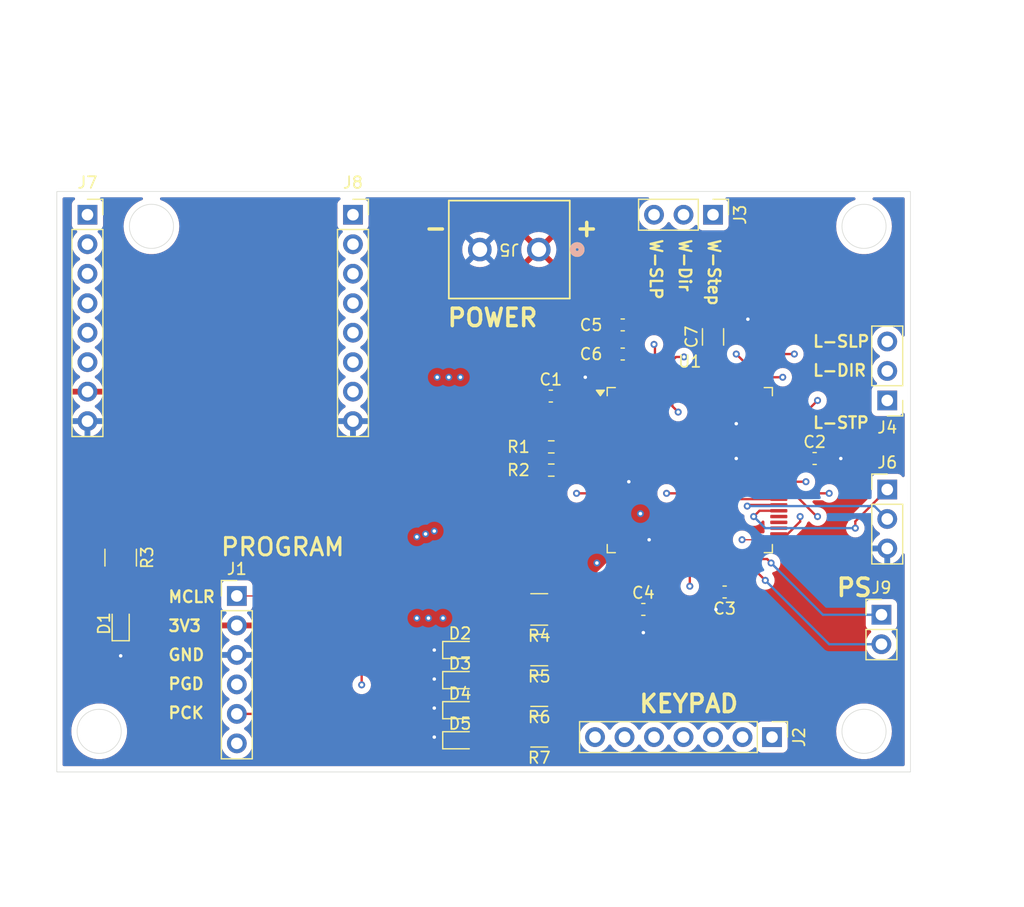
<source format=kicad_pcb>
(kicad_pcb (version 20240108) (generator "pcbnew") (generator_version "8.0")
  (title_block (title "Microcontroller Board - Security System") (date "2025-01-25") (rev "0"))
  (layers (0 "F.Cu" signal) (1 "In1.Cu" signal) (2 "In2.Cu" signal) (31 "B.Cu" signal) (34 "B.Paste" user) (35 "F.Paste" user) (36 "B.SilkS" user "B.Silkscreen") (37 "F.SilkS" user "F.Silkscreen") (38 "B.Mask" user) (39 "F.Mask" user) (44 "Edge.Cuts" user))
  (net 0 "")
  (net 1 "Net-(C1-Pad1)")
  (net 2 "GND")
  (net 3 "+3.3V")
  (net 4 "Net-(U1-VCAP{slash}VDDCORE)")
  (net 6 "/Program_Clk")
  (net 7 "/Program_Data")
  (net 8 "/MCLR")
  (net 9 "/ROW_1")
  (net 10 "/ROW_3")
  (net 11 "/COL_2")
  (net 12 "/COL_1")
  (net 13 "/ROW_4")
  (net 14 "/COL_3")
  (net 15 "/ROW_2")
  (net 16 "/Direction_W")
  (net 17 "/Step_W")
  (net 18 "/Sleep_W")
  (net 19 "/Step_L")
  (net 20 "/Direction_L")
  (net 21 "/Sleep_L")
  (net 33 "/PS_SCL")
  (net 36 "/PS_SDA")
  (net 45 "/BLE_UART_RX")
  (net 73 "/BLE_UART_TX")
  (net 93 "Net-(D1-A)")
  (net 94 "Net-(D2-A)")
  (net 95 "Net-(D3-A)")
  (net 96 "Net-(D4-A)")
  (net 97 "Net-(D5-A)")
  (net 98 "Net-(U1-PGC2{slash}EMUC2{slash}AN6{slash}OCFA{slash}RB6)")
  (net 99 "Net-(U1-PGD2{slash}EMUD2{slash}AN7{slash}RB7)")
  (net 100 "Net-(U1-PMA7{slash}VREF-{slash}RA9)")
  (net 101 "Net-(U1-PMA6{slash}VREF+{slash}RA10)")
  (net 106 "/U2TX")
  (net 107 "/U2RX")
  (footprint "LED_SMD:LED_0603_1608Metric" (layer "F.Cu") (at 131.2125 137.27)
    (property "Reference" "D5" (at 0 -1.43 0) (layer "F.SilkS"))
    (property "Value" "R_LED")
    (pad "1" smd roundrect (at -0.7875 0) (size 0.875 0.95) (layers "F.Cu" "F.Paste" "F.Mask") (net 2 "GND"))
    (pad "2" smd roundrect (at 0.7875 0) (size 0.875 0.95) (layers "F.Cu" "F.Paste" "F.Mask") (net 97 "Net-(D5-A)"))
  )
  (footprint "Resistor_SMD:R_1210_3225Metric" (layer "F.Cu") (at 138.0375 126 180)
    (property "Reference" "R4" (at 0 -2.28 360) (layer "F.SilkS"))
    (property "Value" "65")
    (pad "1" smd roundrect (at -1.4625 0 180) (size 1.125 2.65) (layers "F.Cu" "F.Paste" "F.Mask") (roundrect_rratio 0.222222) (net 98 "Net-(U1-PGC2{slash}EMUC2{slash}AN6{slash}OCFA{slash}RB6)"))
    (pad "2" smd roundrect (at 1.4625 0 180) (size 1.125 2.65) (layers "F.Cu" "F.Paste" "F.Mask") (roundrect_rratio 0.222222) (net 94 "Net-(D2-A)"))
  )
  (footprint "Capacitor_SMD:C_1206_3216Metric" (layer "F.Cu") (at 153 102.525 90)
    (property "Reference" "C7" (at 0 -1.85 90) (layer "F.SilkS"))
    (property "Value" "10 uF" (hide yes))
    (pad "1" smd roundrect (at -1.475 0 90) (size 1.15 1.8) (layers "F.Cu" "F.Paste" "F.Mask") (roundrect_rratio 0.217391) (net 4 "Net-(U1-VCAP{slash}VDDCORE)"))
    (pad "2" smd roundrect (at 1.475 0 90) (size 1.15 1.8) (layers "F.Cu" "F.Paste" "F.Mask") (roundrect_rratio 0.217391) (net 2 "GND"))
  )
  (footprint "Capacitor_SMD:C_0603_1608Metric" (layer "F.Cu") (at 147 126)
    (property "Reference" "C4" (at 0 -1.43 0) (layer "F.SilkS"))
    (property "Value" "0.1 uF" (hide yes))
    (pad "1" smd roundrect (at -0.775 0) (size 0.9 0.95) (layers "F.Cu" "F.Paste" "F.Mask") (net 3 "+3.3V"))
    (pad "2" smd roundrect (at 0.775 0) (size 0.9 0.95) (layers "F.Cu" "F.Paste" "F.Mask") (net 2 "GND"))
  )
  (footprint "Resistor_SMD:R_0603_1608Metric" (layer "F.Cu") (at 139.075 114)
    (property "Reference" "R2" (at -2.825 0 0) (layer "F.SilkS"))
    (property "Value" "470")
    (pad "1" smd roundrect (at -0.825 0) (size 0.8 0.95) (layers "F.Cu" "F.Paste" "F.Mask") (net 1 "Net-(C1-Pad1)"))
    (pad "2" smd roundrect (at 0.825 0) (size 0.8 0.95) (layers "F.Cu" "F.Paste" "F.Mask") (net 8 "/MCLR"))
  )
  (footprint "Connector_PinHeader_2.54mm:PinHeader_1x02_P2.54mm_Vertical" (layer "F.Cu") (at 167.5 126.46)
    (property "Reference" "J9" (at 0 -2.33 0) (layer "F.SilkS"))
    (property "Value" "Conn_01x02_Pin")
    (pad "1" thru_hole rect (at 0 0) (size 1.7 1.7) (drill 1) (layers "*.Cu" "*.Mask") (net 106 "/U2TX"))
    (pad "2" thru_hole oval (at 0 2.54) (size 1.7 1.7) (drill 1) (layers "*.Cu" "*.Mask") (net 107 "/U2RX"))
  )
  (footprint "Capacitor_SMD:C_0603_1608Metric" (layer "F.Cu") (at 139.033542 107.622804)
    (property "Reference" "C1" (at 0 -1.43 0) (layer "F.SilkS"))
    (property "Value" "0.1 uF")
    (pad "1" smd roundrect (at -0.775 0) (size 0.9 0.95) (layers "F.Cu" "F.Paste" "F.Mask") (net 1 "Net-(C1-Pad1)"))
    (pad "2" smd roundrect (at 0.775 0) (size 0.9 0.95) (layers "F.Cu" "F.Paste" "F.Mask") (net 2 "GND"))
  )
  (footprint "LED_SMD:LED_0603_1608Metric" (layer "F.Cu") (at 102 127.2125 90)
    (property "Reference" "D1" (at 0 -1.43 90) (layer "F.SilkS"))
    (property "Value" "R_LED")
    (pad "1" smd roundrect (at -0.7875 0 90) (size 0.875 0.95) (layers "F.Cu" "F.Paste" "F.Mask") (net 2 "GND"))
    (pad "2" smd roundrect (at 0.7875 0 90) (size 0.875 0.95) (layers "F.Cu" "F.Paste" "F.Mask") (net 93 "Net-(D1-A)"))
  )
  (footprint "Connector_PinSocket_2.54mm:PinSocket_1x08_P2.54mm_Vertical" (layer "F.Cu") (at 122 92)
    (property "Reference" "J8" (at 0 -2.77 0) (layer "F.SilkS"))
    (property "Value" "Conn_01x08_Socket")
    (pad "1" thru_hole rect (at 0 0) (size 1.7 1.7) (drill 1) (layers "*.Cu" "*.Mask"))
    (pad "2" thru_hole oval (at 0 2.54) (size 1.7 1.7) (drill 1) (layers "*.Cu" "*.Mask"))
    (pad "3" thru_hole oval (at 0 5.08) (size 1.7 1.7) (drill 1) (layers "*.Cu" "*.Mask") (net 45 "/BLE_UART_RX"))
    (pad "4" thru_hole oval (at 0 7.62) (size 1.7 1.7) (drill 1) (layers "*.Cu" "*.Mask") (net 73 "/BLE_UART_TX"))
    (pad "5" thru_hole oval (at 0 10.16) (size 1.7 1.7) (drill 1) (layers "*.Cu" "*.Mask"))
    (pad "6" thru_hole oval (at 0 12.7) (size 1.7 1.7) (drill 1) (layers "*.Cu" "*.Mask"))
    (pad "7" thru_hole oval (at 0 15.24) (size 1.7 1.7) (drill 1) (layers "*.Cu" "*.Mask"))
    (pad "8" thru_hole oval (at 0 17.78) (size 1.7 1.7) (drill 1) (layers "*.Cu" "*.Mask") (net 2 "GND"))
  )
  (footprint "Capacitor_SMD:C_0603_1608Metric" (layer "F.Cu") (at 161.75 113)
    (property "Reference" "C2" (at 0 -1.43 0) (layer "F.SilkS"))
    (property "Value" "0.1 uF")
    (pad "1" smd roundrect (at -0.775 0) (size 0.9 0.95) (layers "F.Cu" "F.Paste" "F.Mask") (net 3 "+3.3V"))
    (pad "2" smd roundrect (at 0.775 0) (size 0.9 0.95) (layers "F.Cu" "F.Paste" "F.Mask") (net 2 "GND"))
  )
  (footprint "Connector_PinHeader_2.54mm:PinHeader_1x03_P2.54mm_Vertical" (layer "F.Cu") (at 168 115.67)
    (property "Reference" "J6" (at 0 -2.33 0) (layer "F.SilkS"))
    (property "Value" "Conn_01x03_Pin")
    (pad "1" thru_hole rect (at 0 0) (size 1.7 1.7) (drill 1) (layers "*.Cu" "*.Mask") (net 36 "/PS_SDA"))
    (pad "2" thru_hole oval (at 0 2.54) (size 1.7 1.7) (drill 1) (layers "*.Cu" "*.Mask") (net 33 "/PS_SCL"))
    (pad "3" thru_hole oval (at 0 5.08) (size 1.7 1.7) (drill 1) (layers "*.Cu" "*.Mask") (net 2 "GND"))
  )
  (footprint "Connector_PinSocket_2.54mm:PinSocket_1x08_P2.54mm_Vertical" (layer "F.Cu") (at 99.14 92)
    (property "Reference" "J7" (at 0 -2.77 0) (layer "F.SilkS"))
    (property "Value" "Conn_01x08_Socket")
    (pad "1" thru_hole rect (at 0 0) (size 1.7 1.7) (drill 1) (layers "*.Cu" "*.Mask"))
    (pad "2" thru_hole oval (at 0 2.54) (size 1.7 1.7) (drill 1) (layers "*.Cu" "*.Mask"))
    (pad "3" thru_hole oval (at 0 5.08) (size 1.7 1.7) (drill 1) (layers "*.Cu" "*.Mask"))
    (pad "4" thru_hole oval (at 0 7.62) (size 1.7 1.7) (drill 1) (layers "*.Cu" "*.Mask"))
    (pad "5" thru_hole oval (at 0 10.16) (size 1.7 1.7) (drill 1) (layers "*.Cu" "*.Mask"))
    (pad "6" thru_hole oval (at 0 12.7) (size 1.7 1.7) (drill 1) (layers "*.Cu" "*.Mask"))
    (pad "7" thru_hole oval (at 0 15.24) (size 1.7 1.7) (drill 1) (layers "*.Cu" "*.Mask") (net 3 "+3.3V"))
    (pad "8" thru_hole oval (at 0 17.78) (size 1.7 1.7) (drill 1) (layers "*.Cu" "*.Mask") (net 2 "GND"))
  )
  (footprint "Connector_PinHeader_2.54mm:PinHeader_1x07_P2.54mm_Vertical" (layer "F.Cu") (at 158.08 137 -90)
    (property "Reference" "J2" (at 0 -2.33 90) (layer "F.SilkS"))
    (property "Value" "KeyPAD")
    (pad "1" thru_hole rect (at 0 0 270) (size 1.7 1.7) (drill 1) (layers "*.Cu" "*.Mask") (net 11 "/COL_2"))
    (pad "2" thru_hole oval (at 0 2.54 270) (size 1.7 1.7) (drill 1) (layers "*.Cu" "*.Mask") (net 9 "/ROW_1"))
    (pad "3" thru_hole oval (at 0 5.08 270) (size 1.7 1.7) (drill 1) (layers "*.Cu" "*.Mask") (net 12 "/COL_1"))
    (pad "4" thru_hole oval (at 0 7.62 270) (size 1.7 1.7) (drill 1) (layers "*.Cu" "*.Mask") (net 13 "/ROW_4"))
    (pad "5" thru_hole oval (at 0 10.16 270) (size 1.7 1.7) (drill 1) (layers "*.Cu" "*.Mask") (net 14 "/COL_3"))
    (pad "6" thru_hole oval (at 0 12.7 270) (size 1.7 1.7) (drill 1) (layers "*.Cu" "*.Mask") (net 10 "/ROW_3"))
    (pad "7" thru_hole oval (at 0 15.24 270) (size 1.7 1.7) (drill 1) (layers "*.Cu" "*.Mask") (net 15 "/ROW_2"))
  )
  (footprint "LED_SMD:LED_0603_1608Metric" (layer "F.Cu") (at 131.2125 129.5)
    (property "Reference" "D2" (at 0 -1.43 0) (layer "F.SilkS"))
    (property "Value" "R_LED")
    (pad "1" smd roundrect (at -0.7875 0) (size 0.875 0.95) (layers "F.Cu" "F.Paste" "F.Mask") (net 2 "GND"))
    (pad "2" smd roundrect (at 0.7875 0) (size 0.875 0.95) (layers "F.Cu" "F.Paste" "F.Mask") (net 94 "Net-(D2-A)"))
  )
  (footprint "Resistor_SMD:R_0603_1608Metric" (layer "F.Cu") (at 139.075 112 180)
    (property "Reference" "R1" (at 2.825 0 0) (layer "F.SilkS"))
    (property "Value" "10k")
    (pad "1" smd roundrect (at -0.825 0 180) (size 0.8 0.95) (layers "F.Cu" "F.Paste" "F.Mask") (net 3 "+3.3V"))
    (pad "2" smd roundrect (at 0.825 0 180) (size 0.8 0.95) (layers "F.Cu" "F.Paste" "F.Mask") (net 1 "Net-(C1-Pad1)"))
  )
  (footprint "footprints:282837-2_TYC" (layer "F.Cu") (at 138 95 180)
    (property "Reference" "J5" (at 2.54 0 180) (layer "F.SilkS"))
    (property "Value" "Screw_Terminal_01x02")
    (pad "1" thru_hole circle (at 0 0 180) (size 2.032 2.032) (drill 1.27) (layers "*.Cu" "*.Mask") (net 3 "+3.3V"))
    (pad "2" thru_hole circle (at 5.08 0 180) (size 2.032 2.032) (drill 1.27) (layers "*.Cu" "*.Mask") (net 2 "GND"))
  )
  (footprint "Capacitor_SMD:C_0603_1608Metric" (layer "F.Cu") (at 145.225 104)
    (property "Reference" "C6" (at -2.725 0 0) (layer "F.SilkS"))
    (property "Value" "0.1 uF" (hide yes))
    (pad "1" smd roundrect (at -0.775 0) (size 0.9 0.95) (layers "F.Cu" "F.Paste" "F.Mask") (net 3 "+3.3V"))
    (pad "2" smd roundrect (at 0.775 0) (size 0.9 0.95) (layers "F.Cu" "F.Paste" "F.Mask") (net 2 "GND"))
  )
  (footprint "Connector_PinHeader_2.54mm:PinHeader_1x03_P2.54mm_Vertical" (layer "F.Cu") (at 153 92 -90)
    (property "Reference" "J3" (at 0 -2.33 90) (layer "F.SilkS"))
    (property "Value" "Conn_01x03_Pin")
    (pad "1" thru_hole rect (at 0 0 270) (size 1.7 1.7) (drill 1) (layers "*.Cu" "*.Mask") (net 17 "/Step_W"))
    (pad "2" thru_hole oval (at 0 2.54 270) (size 1.7 1.7) (drill 1) (layers "*.Cu" "*.Mask") (net 16 "/Direction_W"))
    (pad "3" thru_hole oval (at 0 5.08 270) (size 1.7 1.7) (drill 1) (layers "*.Cu" "*.Mask") (net 18 "/Sleep_W"))
  )
  (footprint "Capacitor_SMD:C_0603_1608Metric" (layer "F.Cu") (at 145.225 101.49)
    (property "Reference" "C5" (at -2.725 0.01 0) (layer "F.SilkS"))
    (property "Value" "0.1 uF" (hide yes))
    (pad "1" smd roundrect (at -0.775 0) (size 0.9 0.95) (layers "F.Cu" "F.Paste" "F.Mask") (net 3 "+3.3V"))
    (pad "2" smd roundrect (at 0.775 0) (size 0.9 0.95) (layers "F.Cu" "F.Paste" "F.Mask") (net 2 "GND"))
  )
  (footprint "Resistor_SMD:R_1210_3225Metric" (layer "F.Cu") (at 102 121.5375 -90)
    (property "Reference" "R3" (at 0 -2.28 90) (layer "F.SilkS"))
    (property "Value" "65")
    (pad "1" smd roundrect (at -1.4625 0 270) (size 1.125 2.65) (layers "F.Cu" "F.Paste" "F.Mask") (roundrect_rratio 0.222222) (net 3 "+3.3V"))
    (pad "2" smd roundrect (at 1.4625 0 270) (size 1.125 2.65) (layers "F.Cu" "F.Paste" "F.Mask") (roundrect_rratio 0.222222) (net 93 "Net-(D1-A)"))
  )
  (footprint "Resistor_SMD:R_1210_3225Metric" (layer "F.Cu") (at 138.0375 136.5 180)
    (property "Reference" "R7" (at 0 -2.28 360) (layer "F.SilkS"))
    (property "Value" "65")
    (pad "1" smd roundrect (at -1.4625 0 180) (size 1.125 2.65) (layers "F.Cu" "F.Paste" "F.Mask") (roundrect_rratio 0.222222) (net 101 "Net-(U1-PMA6{slash}VREF+{slash}RA10)"))
    (pad "2" smd roundrect (at 1.4625 0 180) (size 1.125 2.65) (layers "F.Cu" "F.Paste" "F.Mask") (roundrect_rratio 0.222222) (net 97 "Net-(D5-A)"))
  )
  (footprint "Resistor_SMD:R_1210_3225Metric" (layer "F.Cu") (at 138.0375 133 180)
    (property "Reference" "R6" (at 0 -2.28 360) (layer "F.SilkS"))
    (property "Value" "65")
    (pad "1" smd roundrect (at -1.4625 0 180) (size 1.125 2.65) (layers "F.Cu" "F.Paste" "F.Mask") (roundrect_rratio 0.222222) (net 100 "Net-(U1-PMA7{slash}VREF-{slash}RA9)"))
    (pad "2" smd roundrect (at 1.4625 0 180) (size 1.125 2.65) (layers "F.Cu" "F.Paste" "F.Mask") (roundrect_rratio 0.222222) (net 96 "Net-(D4-A)"))
  )
  (footprint "Connector_PinHeader_2.54mm:PinHeader_1x03_P2.54mm_Vertical" (layer "F.Cu") (at 168 108 180)
    (property "Reference" "J4" (at 0 -2.33 0) (layer "F.SilkS"))
    (property "Value" "Conn_01x03_Pin")
    (pad "1" thru_hole rect (at 0 0 180) (size 1.7 1.7) (drill 1) (layers "*.Cu" "*.Mask") (net 19 "/Step_L"))
    (pad "2" thru_hole oval (at 0 2.54 180) (size 1.7 1.7) (drill 1) (layers "*.Cu" "*.Mask") (net 20 "/Direction_L"))
    (pad "3" thru_hole oval (at 0 5.08 180) (size 1.7 1.7) (drill 1) (layers "*.Cu" "*.Mask") (net 21 "/Sleep_L"))
  )
  (footprint "Capacitor_SMD:C_0603_1608Metric" (layer "F.Cu") (at 154 124.5 180)
    (property "Reference" "C3" (at 0 -1.43 0) (layer "F.SilkS"))
    (property "Value" "0.1 uF" (hide yes))
    (pad "1" smd roundrect (at -0.775 0 180) (size 0.9 0.95) (layers "F.Cu" "F.Paste" "F.Mask") (net 3 "+3.3V"))
    (pad "2" smd roundrect (at 0.775 0 180) (size 0.9 0.95) (layers "F.Cu" "F.Paste" "F.Mask") (net 2 "GND"))
  )
  (footprint "LED_SMD:LED_0603_1608Metric" (layer "F.Cu") (at 131.2125 134.68)
    (property "Reference" "D4" (at 0 -1.43 0) (layer "F.SilkS"))
    (property "Value" "R_LED")
    (pad "1" smd roundrect (at -0.7875 0) (size 0.875 0.95) (layers "F.Cu" "F.Paste" "F.Mask") (net 2 "GND"))
    (pad "2" smd roundrect (at 0.7875 0) (size 0.875 0.95) (layers "F.Cu" "F.Paste" "F.Mask") (net 96 "Net-(D4-A)"))
  )
  (footprint "Package_QFP:TQFP-100_14x14mm_P0.5mm" (layer "F.Cu") (at 151 114)
    (property "Reference" "U1" (at 0 -9.35 0) (layer "F.SilkS"))
    (property "Value" "PIC24FJ128GA010-I_PT")
    (pad "1" smd roundrect (at -7.6625 -6) (size 1.475 0.3) (layers "F.Cu" "F.Paste" "F.Mask"))
    (pad "2" smd roundrect (at -7.6625 -5.5) (size 1.475 0.3) (layers "F.Cu" "F.Paste" "F.Mask") (net 3 "+3.3V"))
    (pad "3" smd roundrect (at -7.6625 -5) (size 1.475 0.3) (layers "F.Cu" "F.Paste" "F.Mask"))
    (pad "4" smd roundrect (at -7.6625 -4.5) (size 1.475 0.3) (layers "F.Cu" "F.Paste" "F.Mask"))
    (pad "5" smd roundrect (at -7.6625 -4) (size 1.475 0.3) (layers "F.Cu" "F.Paste" "F.Mask"))
    (pad "6" smd roundrect (at -7.6625 -3.5) (size 1.475 0.3) (layers "F.Cu" "F.Paste" "F.Mask"))
    (pad "7" smd roundrect (at -7.6625 -3) (size 1.475 0.3) (layers "F.Cu" "F.Paste" "F.Mask"))
    (pad "8" smd roundrect (at -7.6625 -2.5) (size 1.475 0.3) (layers "F.Cu" "F.Paste" "F.Mask"))
    (pad "9" smd roundrect (at -7.6625 -2) (size 1.475 0.3) (layers "F.Cu" "F.Paste" "F.Mask"))
    (pad "10" smd roundrect (at -7.6625 -1.5) (size 1.475 0.3) (layers "F.Cu" "F.Paste" "F.Mask"))
    (pad "11" smd roundrect (at -7.6625 -1) (size 1.475 0.3) (layers "F.Cu" "F.Paste" "F.Mask"))
    (pad "12" smd roundrect (at -7.6625 -0.5) (size 1.475 0.3) (layers "F.Cu" "F.Paste" "F.Mask"))
    (pad "13" smd roundrect (at -7.6625 0) (size 1.475 0.3) (layers "F.Cu" "F.Paste" "F.Mask") (net 8 "/MCLR"))
    (pad "14" smd roundrect (at -7.6625 0.5) (size 1.475 0.3) (layers "F.Cu" "F.Paste" "F.Mask"))
    (pad "15" smd roundrect (at -7.6625 1) (size 1.475 0.3) (layers "F.Cu" "F.Paste" "F.Mask") (net 2 "GND"))
    (pad "16" smd roundrect (at -7.6625 1.5) (size 1.475 0.3) (layers "F.Cu" "F.Paste" "F.Mask") (net 3 "+3.3V"))
    (pad "17" smd roundrect (at -7.6625 2) (size 1.475 0.3) (layers "F.Cu" "F.Paste" "F.Mask") (net 9 "/ROW_1"))
    (pad "18" smd roundrect (at -7.6625 2.5) (size 1.475 0.3) (layers "F.Cu" "F.Paste" "F.Mask"))
    (pad "19" smd roundrect (at -7.6625 3) (size 1.475 0.3) (layers "F.Cu" "F.Paste" "F.Mask"))
    (pad "20" smd roundrect (at -7.6625 3.5) (size 1.475 0.3) (layers "F.Cu" "F.Paste" "F.Mask"))
    (pad "21" smd roundrect (at -7.6625 4) (size 1.475 0.3) (layers "F.Cu" "F.Paste" "F.Mask"))
    (pad "22" smd roundrect (at -7.6625 4.5) (size 1.475 0.3) (layers "F.Cu" "F.Paste" "F.Mask"))
    (pad "23" smd roundrect (at -7.6625 5) (size 1.475 0.3) (layers "F.Cu" "F.Paste" "F.Mask"))
    (pad "24" smd roundrect (at -7.6625 5.5) (size 1.475 0.3) (layers "F.Cu" "F.Paste" "F.Mask") (net 6 "/Program_Clk"))
    (pad "25" smd roundrect (at -7.6625 6) (size 1.475 0.3) (layers "F.Cu" "F.Paste" "F.Mask") (net 7 "/Program_Data"))
    (pad "26" smd roundrect (at -6 7.6625) (size 0.3 1.475) (layers "F.Cu" "F.Paste" "F.Mask") (net 98 "Net-(U1-PGC2{slash}EMUC2{slash}AN6{slash}OCFA{slash}RB6)"))
    (pad "27" smd roundrect (at -5.5 7.6625) (size 0.3 1.475) (layers "F.Cu" "F.Paste" "F.Mask") (net 99 "Net-(U1-PGD2{slash}EMUD2{slash}AN7{slash}RB7)"))
    (pad "28" smd roundrect (at -5 7.6625) (size 0.3 1.475) (layers "F.Cu" "F.Paste" "F.Mask") (net 100 "Net-(U1-PMA7{slash}VREF-{slash}RA9)"))
    (pad "29" smd roundrect (at -4.5 7.6625) (size 0.3 1.475) (layers "F.Cu" "F.Paste" "F.Mask") (net 101 "Net-(U1-PMA6{slash}VREF+{slash}RA10)"))
    (pad "30" smd roundrect (at -4 7.6625) (size 0.3 1.475) (layers "F.Cu" "F.Paste" "F.Mask") (net 3 "+3.3V"))
    (pad "31" smd roundrect (at -3.5 7.6625) (size 0.3 1.475) (layers "F.Cu" "F.Paste" "F.Mask") (net 2 "GND"))
    (pad "32" smd roundrect (at -3 7.6625) (size 0.3 1.475) (layers "F.Cu" "F.Paste" "F.Mask"))
    (pad "33" smd roundrect (at -2.5 7.6625) (size 0.3 1.475) (layers "F.Cu" "F.Paste" "F.Mask"))
    (pad "34" smd roundrect (at -2 7.6625) (size 0.3 1.475) (layers "F.Cu" "F.Paste" "F.Mask"))
    (pad "35" smd roundrect (at -1.5 7.6625) (size 0.3 1.475) (layers "F.Cu" "F.Paste" "F.Mask"))
    (pad "36" smd roundrect (at -1 7.6625) (size 0.3 1.475) (layers "F.Cu" "F.Paste" "F.Mask") (net 2 "GND"))
    (pad "37" smd roundrect (at -0.5 7.6625) (size 0.3 1.475) (layers "F.Cu" "F.Paste" "F.Mask") (net 3 "+3.3V"))
    (pad "38" smd roundrect (at 0 7.6625) (size 0.3 1.475) (layers "F.Cu" "F.Paste" "F.Mask") (net 15 "/ROW_2"))
    (pad "39" smd roundrect (at 0.5 7.6625) (size 0.3 1.475) (layers "F.Cu" "F.Paste" "F.Mask"))
    (pad "40" smd roundrect (at 1 7.6625) (size 0.3 1.475) (layers "F.Cu" "F.Paste" "F.Mask"))
    (pad "41" smd roundrect (at 1.5 7.6625) (size 0.3 1.475) (layers "F.Cu" "F.Paste" "F.Mask"))
    (pad "42" smd roundrect (at 2 7.6625) (size 0.3 1.475) (layers "F.Cu" "F.Paste" "F.Mask"))
    (pad "43" smd roundrect (at 2.5 7.6625) (size 0.3 1.475) (layers "F.Cu" "F.Paste" "F.Mask"))
    (pad "44" smd roundrect (at 3 7.6625) (size 0.3 1.475) (layers "F.Cu" "F.Paste" "F.Mask"))
    (pad "45" smd roundrect (at 3.5 7.6625) (size 0.3 1.475) (layers "F.Cu" "F.Paste" "F.Mask") (net 2 "GND"))
    (pad "46" smd roundrect (at 4 7.6625) (size 0.3 1.475) (layers "F.Cu" "F.Paste" "F.Mask") (net 3 "+3.3V"))
    (pad "47" smd roundrect (at 4.5 7.6625) (size 0.3 1.475) (layers "F.Cu" "F.Paste" "F.Mask"))
    (pad "48" smd roundrect (at 5 7.6625) (size 0.3 1.475) (layers "F.Cu" "F.Paste" "F.Mask"))
    (pad "49" smd roundrect (at 5.5 7.6625) (size 0.3 1.475) (layers "F.Cu" "F.Paste" "F.Mask") (net 107 "/U2RX"))
    (pad "50" smd roundrect (at 6 7.6625) (size 0.3 1.475) (layers "F.Cu" "F.Paste" "F.Mask") (net 106 "/U2TX"))
    (pad "51" smd roundrect (at 7.6625 6) (size 1.475 0.3) (layers "F.Cu" "F.Paste" "F.Mask") (net 73 "/BLE_UART_TX"))
    (pad "52" smd roundrect (at 7.6625 5.5) (size 1.475 0.3) (layers "F.Cu" "F.Paste" "F.Mask") (net 45 "/BLE_UART_RX"))
    (pad "53" smd roundrect (at 7.6625 5) (size 1.475 0.3) (layers "F.Cu" "F.Paste" "F.Mask"))
    (pad "54" smd roundrect (at 7.6625 4.5) (size 1.475 0.3) (layers "F.Cu" "F.Paste" "F.Mask"))
    (pad "55" smd roundrect (at 7.6625 4) (size 1.475 0.3) (layers "F.Cu" "F.Paste" "F.Mask"))
    (pad "56" smd roundrect (at 7.6625 3.5) (size 1.475 0.3) (layers "F.Cu" "F.Paste" "F.Mask") (net 36 "/PS_SDA"))
    (pad "57" smd roundrect (at 7.6625 3) (size 1.475 0.3) (layers "F.Cu" "F.Paste" "F.Mask") (net 33 "/PS_SCL"))
    (pad "58" smd roundrect (at 7.6625 2.5) (size 1.475 0.3) (layers "F.Cu" "F.Paste" "F.Mask") (net 10 "/ROW_3"))
    (pad "59" smd roundrect (at 7.6625 2) (size 1.475 0.3) (layers "F.Cu" "F.Paste" "F.Mask") (net 13 "/ROW_4"))
    (pad "60" smd roundrect (at 7.6625 1.5) (size 1.475 0.3) (layers "F.Cu" "F.Paste" "F.Mask") (net 12 "/COL_1"))
    (pad "61" smd roundrect (at 7.6625 1) (size 1.475 0.3) (layers "F.Cu" "F.Paste" "F.Mask") (net 11 "/COL_2"))
    (pad "62" smd roundrect (at 7.6625 0.5) (size 1.475 0.3) (layers "F.Cu" "F.Paste" "F.Mask") (net 3 "+3.3V"))
    (pad "63" smd roundrect (at 7.6625 0) (size 1.475 0.3) (layers "F.Cu" "F.Paste" "F.Mask"))
    (pad "64" smd roundrect (at 7.6625 -0.5) (size 1.475 0.3) (layers "F.Cu" "F.Paste" "F.Mask"))
    (pad "65" smd roundrect (at 7.6625 -1) (size 1.475 0.3) (layers "F.Cu" "F.Paste" "F.Mask") (net 2 "GND"))
    (pad "66" smd roundrect (at 7.6625 -1.5) (size 1.475 0.3) (layers "F.Cu" "F.Paste" "F.Mask"))
    (pad "67" smd roundrect (at 7.6625 -2) (size 1.475 0.3) (layers "F.Cu" "F.Paste" "F.Mask"))
    (pad "68" smd roundrect (at 7.6625 -2.5) (size 1.475 0.3) (layers "F.Cu" "F.Paste" "F.Mask"))
    (pad "69" smd roundrect (at 7.6625 -3) (size 1.475 0.3) (layers "F.Cu" "F.Paste" "F.Mask"))
    (pad "70" smd roundrect (at 7.6625 -3.5) (size 1.475 0.3) (layers "F.Cu" "F.Paste" "F.Mask"))
    (pad "71" smd roundrect (at 7.6625 -4) (size 1.475 0.3) (layers "F.Cu" "F.Paste" "F.Mask"))
    (pad "72" smd roundrect (at 7.6625 -4.5) (size 1.475 0.3) (layers "F.Cu" "F.Paste" "F.Mask") (net 19 "/Step_L"))
    (pad "73" smd roundrect (at 7.6625 -5) (size 1.475 0.3) (layers "F.Cu" "F.Paste" "F.Mask"))
    (pad "74" smd roundrect (at 7.6625 -5.5) (size 1.475 0.3) (layers "F.Cu" "F.Paste" "F.Mask"))
    (pad "75" smd roundrect (at 7.6625 -6) (size 1.475 0.3) (layers "F.Cu" "F.Paste" "F.Mask") (net 2 "GND"))
    (pad "76" smd roundrect (at 6 -7.6625) (size 0.3 1.475) (layers "F.Cu" "F.Paste" "F.Mask") (net 20 "/Direction_L"))
    (pad "77" smd roundrect (at 5.5 -7.6625) (size 0.3 1.475) (layers "F.Cu" "F.Paste" "F.Mask") (net 21 "/Sleep_L"))
    (pad "78" smd roundrect (at 5 -7.6625) (size 0.3 1.475) (layers "F.Cu" "F.Paste" "F.Mask") (net 17 "/Step_W"))
    (pad "79" smd roundrect (at 4.5 -7.6625) (size 0.3 1.475) (layers "F.Cu" "F.Paste" "F.Mask"))
    (pad "80" smd roundrect (at 4 -7.6625) (size 0.3 1.475) (layers "F.Cu" "F.Paste" "F.Mask"))
    (pad "81" smd roundrect (at 3.5 -7.6625) (size 0.3 1.475) (layers "F.Cu" "F.Paste" "F.Mask"))
    (pad "82" smd roundrect (at 3 -7.6625) (size 0.3 1.475) (layers "F.Cu" "F.Paste" "F.Mask"))
    (pad "83" smd roundrect (at 2.5 -7.6625) (size 0.3 1.475) (layers "F.Cu" "F.Paste" "F.Mask"))
    (pad "84" smd roundrect (at 2 -7.6625) (size 0.3 1.475) (layers "F.Cu" "F.Paste" "F.Mask"))
    (pad "85" smd roundrect (at 1.5 -7.6625) (size 0.3 1.475) (layers "F.Cu" "F.Paste" "F.Mask") (net 4 "Net-(U1-VCAP{slash}VDDCORE)"))
    (pad "86" smd roundrect (at 1 -7.6625) (size 0.3 1.475) (layers "F.Cu" "F.Paste" "F.Mask") (net 3 "+3.3V"))
    (pad "87" smd roundrect (at 0.5 -7.6625) (size 0.3 1.475) (layers "F.Cu" "F.Paste" "F.Mask"))
    (pad "88" smd roundrect (at 0 -7.6625) (size 0.3 1.475) (layers "F.Cu" "F.Paste" "F.Mask"))
    (pad "89" smd roundrect (at -0.5 -7.6625) (size 0.3 1.475) (layers "F.Cu" "F.Paste" "F.Mask"))
    (pad "90" smd roundrect (at -1 -7.6625) (size 0.3 1.475) (layers "F.Cu" "F.Paste" "F.Mask"))
    (pad "91" smd roundrect (at -1.5 -7.6625) (size 0.3 1.475) (layers "F.Cu" "F.Paste" "F.Mask") (net 14 "/COL_3"))
    (pad "92" smd roundrect (at -2 -7.6625) (size 0.3 1.475) (layers "F.Cu" "F.Paste" "F.Mask"))
    (pad "93" smd roundrect (at -2.5 -7.6625) (size 0.3 1.475) (layers "F.Cu" "F.Paste" "F.Mask") (net 16 "/Direction_W"))
    (pad "94" smd roundrect (at -3 -7.6625) (size 0.3 1.475) (layers "F.Cu" "F.Paste" "F.Mask") (net 18 "/Sleep_W"))
    (pad "95" smd roundrect (at -3.5 -7.6625) (size 0.3 1.475) (layers "F.Cu" "F.Paste" "F.Mask"))
    (pad "96" smd roundrect (at -4 -7.6625) (size 0.3 1.475) (layers "F.Cu" "F.Paste" "F.Mask"))
    (pad "97" smd roundrect (at -4.5 -7.6625) (size 0.3 1.475) (layers "F.Cu" "F.Paste" "F.Mask"))
    (pad "98" smd roundrect (at -5 -7.6625) (size 0.3 1.475) (layers "F.Cu" "F.Paste" "F.Mask"))
    (pad "99" smd roundrect (at -5.5 -7.6625) (size 0.3 1.475) (layers "F.Cu" "F.Paste" "F.Mask"))
    (pad "100" smd roundrect (at -6 -7.6625) (size 0.3 1.475) (layers "F.Cu" "F.Paste" "F.Mask"))
  )
  (footprint "LED_SMD:LED_0603_1608Metric" (layer "F.Cu") (at 131.2125 132.09)
    (property "Reference" "D3" (at 0 -1.43 0) (layer "F.SilkS"))
    (property "Value" "R_LED")
    (pad "1" smd roundrect (at -0.7875 0) (size 0.875 0.95) (layers "F.Cu" "F.Paste" "F.Mask") (net 2 "GND"))
    (pad "2" smd roundrect (at 0.7875 0) (size 0.875 0.95) (layers "F.Cu" "F.Paste" "F.Mask") (net 95 "Net-(D3-A)"))
  )
  (footprint "Resistor_SMD:R_1210_3225Metric" (layer "F.Cu") (at 138.0375 129.5 180)
    (property "Reference" "R5" (at 0 -2.28 360) (layer "F.SilkS"))
    (property "Value" "65")
    (pad "1" smd roundrect (at -1.4625 0 180) (size 1.125 2.65) (layers "F.Cu" "F.Paste" "F.Mask") (roundrect_rratio 0.222222) (net 99 "Net-(U1-PGD2{slash}EMUD2{slash}AN7{slash}RB7)"))
    (pad "2" smd roundrect (at 1.4625 0 180) (size 1.125 2.65) (layers "F.Cu" "F.Paste" "F.Mask") (roundrect_rratio 0.222222) (net 95 "Net-(D3-A)"))
  )
  (footprint "Connector_PinHeader_2.54mm:PinHeader_1x06_P2.54mm_Vertical" (layer "F.Cu") (at 112 124.84)
    (property "Reference" "J1" (at 0 -2.33 0) (layer "F.SilkS"))
    (property "Value" "Conn_01x06_Pin")
    (pad "1" thru_hole rect (at 0 0) (size 1.7 1.7) (drill 1) (layers "*.Cu" "*.Mask") (net 8 "/MCLR"))
    (pad "2" thru_hole oval (at 0 2.54) (size 1.7 1.7) (drill 1) (layers "*.Cu" "*.Mask") (net 3 "+3.3V"))
    (pad "3" thru_hole oval (at 0 5.08) (size 1.7 1.7) (drill 1) (layers "*.Cu" "*.Mask") (net 2 "GND"))
    (pad "4" thru_hole oval (at 0 7.62) (size 1.7 1.7) (drill 1) (layers "*.Cu" "*.Mask") (net 7 "/Program_Data"))
    (pad "5" thru_hole oval (at 0 10.16) (size 1.7 1.7) (drill 1) (layers "*.Cu" "*.Mask") (net 6 "/Program_Clk"))
    (pad "6" thru_hole oval (at 0 12.7) (size 1.7 1.7) (drill 1) (layers "*.Cu" "*.Mask"))
  )
  (gr_circle (center 166 136.5) (end 167.9 136.5) (stroke (width 0.05)) (fill none) (layer "Edge.Cuts"))
  (gr_circle (center 104.65 93) (end 106.55 93) (stroke (width 0.05)) (fill none) (layer "Edge.Cuts"))
  (gr_rect (start 96.5 90) (end 170 140) (stroke (width 0.05)) (fill none) (layer "Edge.Cuts"))
  (gr_circle (center 100.15 136.5) (end 102.05 136.5) (stroke (width 0.05)) (fill none) (layer "Edge.Cuts"))
  (gr_circle (center 166 93) (end 167.9 93) (stroke (width 0.05)) (fill none) (layer "Edge.Cuts"))
  (gr_text "KEYPAD" (at 146.5 135 0) (layer "F.SilkS") (effects (font (size 1.5 1.5) (thickness 0.3) (bold yes)) (justify left bottom)))
  (gr_text "3V3" (at 106 128 0) (layer "F.SilkS") (effects (font (size 1 1) (thickness 0.2) (bold yes)) (justify left bottom)))
  (gr_text "PROGRAM" (at 110.5 121.5 0) (layer "F.SilkS") (effects (font (size 1.5 1.5) (thickness 0.25) (bold yes)) (justify left bottom)))
  (gr_text "MCLR" (at 106 125.5 0) (layer "F.SilkS") (effects (font (size 1 1) (thickness 0.2) (bold yes)) (justify left bottom)))
  (gr_text "L-DIR" (at 161.5 106 0) (layer "F.SilkS") (effects (font (size 1 1) (thickness 0.2) (bold yes)) (justify left bottom)))
  (gr_text "-" (at 128 94 0) (layer "F.SilkS") (effects (font (size 1.5 1.5) (thickness 0.3) (bold yes)) (justify left bottom)))
  (gr_text "W-Dir" (at 150 94 270) (layer "F.SilkS") (effects (font (size 1 1) (thickness 0.2) (bold yes)) (justify left bottom)))
  (gr_text "L-STP" (at 161.5 110.5 0) (layer "F.SilkS") (effects (font (size 1 1) (thickness 0.2) (bold yes)) (justify left bottom)))
  (gr_text "L-SLP" (at 161.5 103.5 0) (layer "F.SilkS") (effects (font (size 1 1) (thickness 0.2) (bold yes)) (justify left bottom)))
  (gr_text "W-Step" (at 152.5 94 270) (layer "F.SilkS") (effects (font (size 1 1) (thickness 0.2) (bold yes)) (justify left bottom)))
  (gr_text "POWER" (at 130 101.75 0) (layer "F.SilkS") (effects (font (size 1.5 1.5) (thickness 0.3) (bold yes)) (justify left bottom)))
  (gr_text "PCK" (at 106 135.5 0) (layer "F.SilkS") (effects (font (size 1 1) (thickness 0.2) (bold yes)) (justify left bottom)))
  (gr_text "W-SLP" (at 147.5 94 270) (layer "F.SilkS") (effects (font (size 1 1) (thickness 0.2) (bold yes)) (justify left bottom)))
  (gr_text "GND\n" (at 106 130.5 0) (layer "F.SilkS") (effects (font (size 1 1) (thickness 0.2) (bold yes)) (justify left bottom)))
  (gr_text "PS" (at 163.5 125 0) (layer "F.SilkS") (effects (font (size 1.5 1.5) (thickness 0.3) (bold yes)) (justify left bottom)))
  (gr_text "PGD" (at 106 133 0) (layer "F.SilkS") (effects (font (size 1 1) (thickness 0.2) (bold yes)) (justify left bottom)))
  (gr_text "+" (at 141 94 0) (layer "F.SilkS") (effects (font (size 1.5 1.5) (thickness 0.3) (bold yes)) (justify left bottom)))
  (segment (start 138.25 114) (end 138.25 112) (width 0.2) (layer "F.Cu") (net 1))
  (segment (start 138.25 112) (end 138.25 111) (width 0.2) (layer "F.Cu") (net 1))
  (segment (start 138.25 111) (end 138.258542 110.991458) (width 0.2) (layer "F.Cu") (net 1))
  (segment (start 138.258542 110.991458) (end 138.258542 107.622804) (width 0.2) (layer "F.Cu") (net 1))
  (segment (start 130.425 137.27) (end 129.27 137.27) (width 0.2) (layer "F.Cu") (net 2))
  (segment (start 130.425 134.68) (end 129.18 134.68) (width 0.2) (layer "F.Cu") (net 2))
  (segment (start 150 121.6625) (end 150 120.89259) (width 0.2) (layer "F.Cu") (net 2))
  (segment (start 155 110) (end 155.89259 110) (width 0.2) (layer "F.Cu") (net 2))
  (segment (start 164 113) (end 162.525 113) (width 0.2) (layer "F.Cu") (net 2))
  (segment (start 130.425 129.5) (end 130.5 129.5) (width 0.2) (layer "F.Cu") (net 2))
  (segment (start 130.425 132.09) (end 129.09 132.09) (width 0.2) (layer "F.Cu") (net 2))
  (segment (start 129.27 137.27) (end 129 137) (width 0.2) (layer "F.Cu") (net 2))
  (segment (start 129.09 132.09) (end 129 132) (width 0.2) (layer "F.Cu") (net 2))
  (segment (start 141.558542 106.441458) (end 139.808542 106.441458) (width 0.1) (layer "F.Cu") (net 2))
  (segment (start 150 120.89259) (end 149.10741 120) (width 0.2) (layer "F.Cu") (net 2))
  (segment (start 141.558542 106.441458) (end 142 106) (width 0.1) (layer "F.Cu") (net 2))
  (segment (start 142 106) (end 144 106) (width 0.1) (layer "F.Cu") (net 2))
  (segment (start 153 101.05) (end 155.95 101.05) (width 0.2) (layer "F.Cu") (net 2))
  (segment (start 149.10741 120) (end 147.5 120) (width 0.2) (layer "F.Cu") (net 2))
  (segment (start 155.95 101.05) (end 156 101) (width 0.2) (layer "F.Cu") (net 2))
  (segment (start 158.6625 113) (end 155 113) (width 0.2) (layer "F.Cu") (net 2))
  (segment (start 147 128) (end 147.775 127.225) (width 0.1) (layer "F.Cu") (net 2))
  (segment (start 157.89259 108) (end 158.6625 108) (width 0.2) (layer "F.Cu") (net 2))
  (segment (start 154.5 121.6625) (end 154.5 122.709314) (width 0.2) (layer "F.Cu") (net 2))
  (segment (start 102 128) (end 102 130) (width 0.2) (layer "F.Cu") (net 2))
  (segment (start 153.225 125.975) (end 153.25 126) (width 0.2) (layer "F.Cu") (net 2))
  (segment (start 147.5 121.6625) (end 147.5 120) (width 0.2) (layer "F.Cu") (net 2))
  (segment (start 153.225 124.5) (end 153.225 125.975) (width 0.2) (layer "F.Cu") (net 2))
  (segment (start 146 101.49) (end 146 104) (width 0.1) (layer "F.Cu") (net 2))
  (segment (start 144 106) (end 146 104) (width 0.1) (layer "F.Cu") (net 2))
  (segment (start 147.775 127.225) (end 147.775 126) (width 0.1) (layer "F.Cu") (net 2))
  (segment (start 154.5 122.709314) (end 153.225 123.984314) (width 0.2) (layer "F.Cu") (net 2))
  (segment (start 130.425 129.5) (end 129 129.5) (width 0.2) (layer "F.Cu") (net 2))
  (segment (start 129.18 134.68) (end 129 134.5) (width 0.2) (layer "F.Cu") (net 2))
  (segment (start 139.808542 107.622804) (end 139.808542 106.441458) (width 0.1) (layer "F.Cu") (net 2))
  (segment (start 143.3375 115) (end 145.75 115) (width 0.2) (layer "F.Cu") (net 2))
  (segment (start 155.89259 110) (end 157.89259 108) (width 0.2) (layer "F.Cu") (net 2))
  (segment (start 153.225 123.984314) (end 153.225 124.5) (width 0.2) (layer "F.Cu") (net 2))
  (via (at 142 106) (size 0.6) (drill 0.3) (layers "F.Cu" "B.Cu") (net 2))
  (via (at 102 130) (size 0.6) (drill 0.3) (layers "F.Cu" "B.Cu") (net 2))
  (via (at 129 129.5) (size 0.6) (drill 0.3) (layers "F.Cu" "B.Cu") (net 2))
  (via (at 129 134.5) (size 0.6) (drill 0.3) (layers "F.Cu" "B.Cu") (net 2))
  (via (at 147.5 120) (size 0.6) (drill 0.3) (layers "F.Cu" "B.Cu") (net 2))
  (via (at 145.75 115) (size 0.6) (drill 0.3) (layers "F.Cu" "B.Cu") (net 2))
  (via (at 155 110) (size 0.6) (drill 0.3) (layers "F.Cu" "B.Cu") (net 2))
  (via (at 164 113) (size 0.6) (drill 0.3) (layers "F.Cu" "B.Cu") (net 2))
  (via (at 129 137) (size 0.6) (drill 0.3) (layers "F.Cu" "B.Cu") (net 2))
  (via (at 147 128) (size 0.6) (drill 0.3) (layers "F.Cu" "B.Cu") (net 2))
  (via (at 155 113) (size 0.6) (drill 0.3) (layers "F.Cu" "B.Cu") (net 2))
  (via (at 129 132) (size 0.6) (drill 0.3) (layers "F.Cu" "B.Cu") (net 2))
  (via (at 156 101) (size 0.6) (drill 0.3) (layers "F.Cu" "B.Cu") (net 2))
  (via (at 153.25 126) (size 0.6) (drill 0.3) (layers "F.Cu" "B.Cu") (net 2))
  (segment (start 155 121.6625) (end 155 122.5) (width 0.2) (layer "F.Cu") (net 3))
  (segment (start 152 106.3375) (end 152 108) (width 0.2) (layer "F.Cu") (net 3))
  (segment (start 143.3375 108.5) (end 145 108.5) (width 0.2) (layer "F.Cu") (net 3))
  (segment (start 143.3375 115.5) (end 144.5 115.5) (width 0.2) (layer "F.Cu") (net 3))
  (segment (start 158.6625 114.5) (end 157.25 114.5) (width 0.2) (layer "F.Cu") (net 3))
  (segment (start 155 122.5) (end 155.5 123) (width 0.2) (layer "F.Cu") (net 3))
  (segment (start 150.5 121.6625) (end 150.5 122.5) (width 0.2) (layer "F.Cu") (net 3))
  (segment (start 150.5 122.5) (end 149.5 123.5) (width 0.2) (layer "F.Cu") (net 3))
  (segment (start 147 121.6625) (end 147 123.5) (width 0.2) (layer "F.Cu") (net 3))
  (segment (start 144.5 115.5) (end 145.75 116.75) (width 0.2) (layer "F.Cu") (net 3))
  (segment (start 147 123.5) (end 147.5 123.5) (width 0.2) (layer "F.Cu") (net 3))
  (segment (start 143.3375 108.5) (end 141.5 108.5) (width 0.2) (layer "F.Cu") (net 3))
  (via (at 129 119.25) (size 0.6) (drill 0.3) (layers "F.Cu" "B.Cu") (net 3))
  (via (at 146.75 117.75) (size 0.6) (drill 0.3) (layers "F.Cu" "B.Cu") (net 3))
  (via (at 131.25 106) (size 0.6) (drill 0.3) (layers "F.Cu" "B.Cu") (net 3))
  (via (at 127.5 126.75) (size 0.6) (drill 0.3) (layers "F.Cu" "B.Cu") (net 3))
  (via (at 130.25 106) (size 0.6) (drill 0.3) (layers "F.Cu" "B.Cu") (net 3))
  (via (at 143 122) (size 0.6) (drill 0.3) (layers "F.Cu" "B.Cu") (net 3))
  (via (at 127.5 119.75) (size 0.6) (drill 0.3) (layers "F.Cu" "B.Cu") (net 3))
  (via (at 129.25 106) (size 0.6) (drill 0.3) (layers "F.Cu" "B.Cu") (net 3))
  (via (at 128.5 126.75) (size 0.6) (drill 0.3) (layers "F.Cu" "B.Cu") (net 3))
  (via (at 128.25 119.5) (size 0.6) (drill 0.3) (layers "F.Cu" "B.Cu") (net 3))
  (via (at 129.75 126.75) (size 0.6) (drill 0.3) (layers "F.Cu" "B.Cu") (net 3))
  (segment (start 152.2 103.916008) (end 152.2206 103.895408) (width 0.1) (layer "F.Cu") (net 4))
  (segment (start 153 104.25) (end 152.5 104.75) (width 0.2) (layer "F.Cu") (net 4))
  (segment (start 152.5 104.75) (end 152.5 106.3375) (width 0.2) (layer "F.Cu") (net 4))
  (segment (start 153 104) (end 153 104.25) (width 0.2) (layer "F.Cu") (net 4))
  (segment (start 132 119.5) (end 143.3375 119.5) (width 0.2) (layer "F.Cu") (net 6))
  (segment (start 116.5 135) (end 132 119.5) (width 0.2) (layer "F.Cu") (net 6))
  (segment (start 112 135) (end 116.5 135) (width 0.2) (layer "F.Cu") (net 6))
  (segment (start 122.75 129.5) (end 122.75 132.5) (width 0.2) (layer "F.Cu") (net 7))
  (segment (start 143.3375 120) (end 132.25 120) (width 0.2) (layer "F.Cu") (net 7))
  (segment (start 132.25 120) (end 122.75 129.5) (width 0.2) (layer "F.Cu") (net 7))
  (via (at 122.75 132.5) (size 0.6) (drill 0.3) (layers "F.Cu" "B.Cu") (net 7))
  (segment (start 136.9 117) (end 139.9 114) (width 0.1) (layer "F.Cu") (net 8))
  (segment (start 117.16 124.84) (end 125 117) (width 0.1) (layer "F.Cu") (net 8))
  (segment (start 125 117) (end 136.9 117) (width 0.1) (layer "F.Cu") (net 8))
  (segment (start 143.3375 114) (end 139.9 114) (width 0.2) (layer "F.Cu") (net 8))
  (segment (start 112 124.84) (end 117.16 124.84) (width 0.1) (layer "F.Cu") (net 8))
  (segment (start 143.3375 116) (end 141.25 116) (width 0.2) (layer "F.Cu") (net 9))
  (via (at 141.25 116) (size 0.6) (drill 0.3) (layers "F.Cu" "B.Cu") (net 9))
  (segment (start 153.5 116.5) (end 158.6625 116.5) (width 0.2) (layer "F.Cu") (net 10))
  (segment (start 149 116) (end 153 116) (width 0.2) (layer "F.Cu") (net 10))
  (segment (start 149.000001 116.000001) (end 149 116) (width 0.1) (layer "F.Cu") (net 10))
  (segment (start 153 116) (end 153.5 116.5) (width 0.2) (layer "F.Cu") (net 10))
  (via (at 149 116) (size 0.6) (drill 0.3) (layers "F.Cu" "B.Cu") (net 10))
  (segment (start 161 115) (end 158.6625 115) (width 0.2) (layer "F.Cu") (net 11))
  (via (at 161 115) (size 0.6) (drill 0.3) (layers "F.Cu" "B.Cu") (net 11))
  (segment (start 160 115.5) (end 158.6625 115.5) (width 0.2) (layer "F.Cu") (net 12))
  (segment (start 163 116) (end 160.5 116) (width 0.2) (layer "F.Cu") (net 12))
  (segment (start 160.5 116) (end 160 115.5) (width 0.2) (layer "F.Cu") (net 12))
  (via (at 163 116) (size 0.6) (drill 0.3) (layers "F.Cu" "B.Cu") (net 12))
  (segment (start 161.934314 118) (end 162 118) (width 0.2) (layer "F.Cu") (net 13))
  (segment (start 159.934314 116) (end 161.934314 118) (width 0.2) (layer "F.Cu") (net 13))
  (segment (start 158.6625 116) (end 159.934314 116) (width 0.2) (layer "F.Cu") (net 13))
  (via (at 162 118) (size 0.6) (drill 0.3) (layers "F.Cu" "B.Cu") (net 13))
  (segment (start 149.5 108.5) (end 150 109) (width 0.2) (layer "F.Cu") (net 14))
  (segment (start 149.5 106.3375) (end 149.5 108.5) (width 0.2) (layer "F.Cu") (net 14))
  (via (at 150 109) (size 0.6) (drill 0.3) (layers "F.Cu" "B.Cu") (net 14))
  (segment (start 151 124) (end 151 121.6625) (width 0.2) (layer "F.Cu") (net 15))
  (via (at 151 124) (size 0.6) (drill 0.3) (layers "F.Cu" "B.Cu") (net 15))
  (segment (start 148.5 105.56759) (end 149.81759 104.25) (width 0.2) (layer "F.Cu") (net 16))
  (segment (start 148.5 106.3375) (end 148.5 105.56759) (width 0.2) (layer "F.Cu") (net 16))
  (segment (start 149.81759 104.25) (end 150.5 104.25) (width 0.2) (layer "F.Cu") (net 16))
  (via (at 150.5 104.25) (size 0.6) (drill 0.3) (layers "F.Cu" "B.Cu") (net 16))
  (segment (start 156 105) (end 155 104) (width 0.2) (layer "F.Cu") (net 17))
  (segment (start 156 106.3375) (end 156 105) (width 0.2) (layer "F.Cu") (net 17))
  (via (at 155 104) (size 0.6) (drill 0.3) (layers "F.Cu" "B.Cu") (net 17))
  (segment (start 147.92 103.17) (end 148 103.25) (width 0.2) (layer "F.Cu") (net 18))
  (segment (start 148 103.25) (end 148 106.3375) (width 0.2) (layer "F.Cu") (net 18))
  (via (at 147.92 103.17) (size 0.6) (drill 0.3) (layers "F.Cu" "B.Cu") (net 18))
  (segment (start 160.5 109.5) (end 162 108) (width 0.2) (layer "F.Cu") (net 19))
  (segment (start 158.6625 109.5) (end 160.5 109.5) (width 0.2) (layer "F.Cu") (net 19))
  (via (at 162 108) (size 0.6) (drill 0.3) (layers "F.Cu" "B.Cu") (net 19))
  (segment (start 159 106) (end 157.3375 106) (width 0.2) (layer "F.Cu") (net 20))
  (segment (start 157.3375 106) (end 157 106.3375) (width 0.2) (layer "F.Cu") (net 20))
  (via (at 159 106) (size 0.6) (drill 0.3) (layers "F.Cu" "B.Cu") (net 20))
  (segment (start 158.100001 104) (end 156.5 105.600001) (width 0.2) (layer "F.Cu") (net 21))
  (segment (start 156.5 105.600001) (end 156.5 106.3375) (width 0.2) (layer "F.Cu") (net 21))
  (segment (start 160 104) (end 158.100001 104) (width 0.2) (layer "F.Cu") (net 21))
  (via (at 160 104) (size 0.6) (drill 0.3) (layers "F.Cu" "B.Cu") (net 21))
  (segment (start 158.6625 117) (end 156.047213 117) (width 0.2) (layer "F.Cu") (net 33))
  (segment (start 156.047213 117) (end 155.947213 117.1) (width 0.2) (layer "F.Cu") (net 33))
  (via (at 155.947213 117.1) (size 0.6) (drill 0.3) (layers "F.Cu" "B.Cu") (net 33))
  (segment (start 166.89 117.1) (end 168 118.21) (width 0.2) (layer "B.Cu") (net 33))
  (segment (start 155.947213 117.1) (end 166.89 117.1) (width 0.2) (layer "B.Cu") (net 33))
  (segment (start 157 117.5) (end 156.5 118) (width 0.2) (layer "F.Cu") (net 36))
  (segment (start 165.25 119) (end 165.25 118.42) (width 0.2) (layer "F.Cu") (net 36))
  (segment (start 165.25 118.42) (end 168 115.67) (width 0.2) (layer "F.Cu") (net 36))
  (segment (start 158.6625 117.5) (end 157 117.5) (width 0.2) (layer "F.Cu") (net 36))
  (via (at 165.25 119) (size 0.6) (drill 0.3) (layers "F.Cu" "B.Cu") (net 36))
  (via (at 156.5 118) (size 0.6) (drill 0.3) (layers "F.Cu" "B.Cu") (net 36))
  (segment (start 156.5 118) (end 157.5 119) (width 0.2) (layer "B.Cu") (net 36))
  (segment (start 157.5 119) (end 165.25 119) (width 0.2) (layer "B.Cu") (net 36))
  (segment (start 160.5 118.43241) (end 159.43241 119.5) (width 0.2) (layer "F.Cu") (net 45))
  (segment (start 159.43241 119.5) (end 158.6625 119.5) (width 0.2) (layer "F.Cu") (net 45))
  (segment (start 160.5 118) (end 160.5 118.43241) (width 0.2) (layer "F.Cu") (net 45))
  (via (at 160.5 118) (size 0.6) (drill 0.3) (layers "F.Cu" "B.Cu") (net 45))
  (segment (start 155.5 120) (end 158.6625 120) (width 0.1) (layer "F.Cu") (net 73))
  (via (at 155.5 120) (size 0.6) (drill 0.3) (layers "F.Cu" "B.Cu") (net 73))
  (segment (start 102 126.425) (end 102 123) (width 0.2) (layer "F.Cu") (net 93))
  (segment (start 133.075 129.5) (end 136.575 126) (width 0.2) (layer "F.Cu") (net 94))
  (segment (start 132 129.5) (end 133.075 129.5) (width 0.2) (layer "F.Cu") (net 94))
  (segment (start 136.575 129.5) (end 133.985 132.09) (width 0.2) (layer "F.Cu") (net 95))
  (segment (start 133.985 132.09) (end 132 132.09) (width 0.2) (layer "F.Cu") (net 95))
  (segment (start 136.575 133) (end 134.895 134.68) (width 0.2) (layer "F.Cu") (net 96))
  (segment (start 134.895 134.68) (end 132 134.68) (width 0.2) (layer "F.Cu") (net 96))
  (segment (start 136.575 136.5) (end 135.805 137.27) (width 0.2) (layer "F.Cu") (net 97))
  (segment (start 135.805 137.27) (end 132 137.27) (width 0.2) (layer "F.Cu") (net 97))
  (segment (start 145 121.6625) (end 140.6625 126) (width 0.2) (layer "F.Cu") (net 98))
  (segment (start 140.6625 126) (end 139.5 126) (width 0.2) (layer "F.Cu") (net 98))
  (segment (start 145.5 122.5) (end 139.5 128.5) (width 0.2) (layer "F.Cu") (net 99))
  (segment (start 139.5 128.5) (end 139.5 129.5) (width 0.2) (layer "F.Cu") (net 99))
  (segment (start 145.5 121.6625) (end 145.5 122.5) (width 0.2) (layer "F.Cu") (net 99))
  (segment (start 146 121.6625) (end 146 123.000652) (width 0.2) (layer "F.Cu") (net 100))
  (segment (start 140.5 128.500652) (end 140.5 132) (width 0.2) (layer "F.Cu") (net 100))
  (segment (start 146 123.000652) (end 140.5 128.500652) (width 0.2) (layer "F.Cu") (net 100))
  (segment (start 140.5 132) (end 139.5 133) (width 0.2) (layer "F.Cu") (net 100))
  (segment (start 141 135) (end 139.5 136.5) (width 0.2) (layer "F.Cu") (net 101))
  (segment (start 146.5 123.5) (end 141 129) (width 0.2) (layer "F.Cu") (net 101))
  (segment (start 146.5 121.6625) (end 146.5 123.5) (width 0.2) (layer "F.Cu") (net 101))
  (segment (start 141 129) (end 141 135) (width 0.2) (layer "F.Cu") (net 101))
  (segment (start 157 121.6625) (end 157.6625 121.6625) (width 0.2) (layer "F.Cu") (net 106))
  (segment (start 157.6625 121.6625) (end 158 122) (width 0.2) (layer "F.Cu") (net 106))
  (via (at 158 122) (size 0.6) (drill 0.3) (layers "F.Cu" "B.Cu") (net 106))
  (segment (start 162.46 126.46) (end 167.5 126.46) (width 0.2) (layer "B.Cu") (net 106))
  (segment (start 158 122) (end 162.46 126.46) (width 0.2) (layer "B.Cu") (net 106))
  (segment (start 156.5 121.6625) (end 156.5 122.5) (width 0.2) (layer "F.Cu") (net 107))
  (segment (start 156.5 122.5) (end 157.5 123.5) (width 0.2) (layer "F.Cu") (net 107))
  (via (at 157.5 123.5) (size 0.6) (drill 0.3) (layers "F.Cu" "B.Cu") (net 107))
  (segment (start 163 129) (end 167.5 129) (width 0.2) (layer "B.Cu") (net 107))
  (segment (start 157.5 123.5) (end 163 129) (width 0.2) (layer "B.Cu") (net 107))
  (zone (net 3) (net_name "+3.3V") (layer "F.Cu") (connect_pads (clearance 0.5)) (min_thickness 0.25) (fill yes (thermal_gap 0.5) (thermal_bridge_width 0.5))
    (polygon (pts (xy 95.5 89) (xy 171 89) (xy 171 141) (xy 95.5 141)))
  )
  (zone (net 2) (net_name "GND") (layer "B.Cu") (priority 1) (connect_pads (clearance 0.5)) (min_thickness 0.25) (fill yes (thermal_gap 0.5) (thermal_bridge_width 0.5))
    (polygon (pts (xy 95.5 89) (xy 171 89) (xy 171 141) (xy 95.5 141)))
  )
)
</source>
